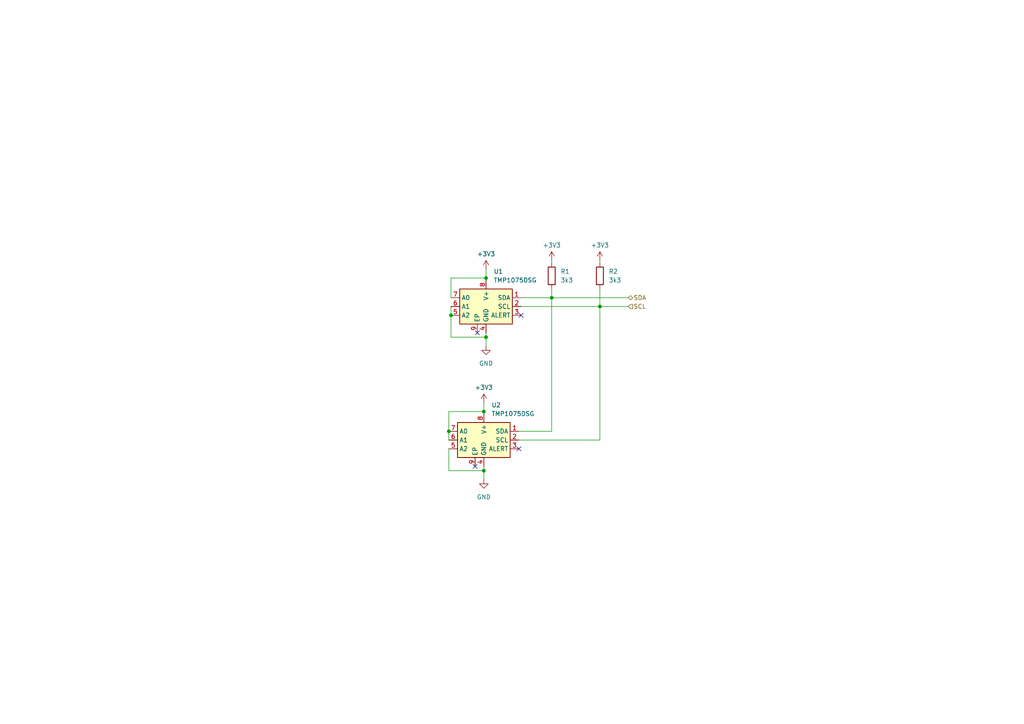
<source format=kicad_sch>
(kicad_sch (version 20231120) (generator "eeschema") (generator_version "8.0")
  (paper "A4")
  (lib_symbols
    (symbol "Device:R" (pin_numbers hide) (pin_names (offset 0))
      (property "Reference" "R" (at 2.032 0 90))
      (property "Value" "R" (at 0 0 90))
      (symbol "R_0_1"
        (rectangle (start -1.016 -2.54) (end 1.016 2.54) (stroke (width 0.254)))
      )
      (symbol "R_1_1"
        (pin passive line (at 0 3.81 270) (length 1.27) (name "~") (number "1"))
        (pin passive line (at 0 -3.81 90) (length 1.27) (name "~") (number "2"))
      )
    )
    (symbol "Sensor_Temperature:TMP1075DSG"
      (property "Reference" "U" (at -6.35 6.35 0))
      (property "Value" "TMP1075DSG" (at 6.35 6.35 0))
      (symbol "TMP1075DSG_0_1"
        (rectangle (start -7.62 5.08) (end 7.62 -5.08) (stroke (width 0.254)) (fill (type background)))
      )
      (symbol "TMP1075DSG_1_1"
        (pin bidirectional line (at 10.16 2.54 180) (length 2.54) (name "SDA") (number "1"))
        (pin input line (at 10.16 0 180) (length 2.54) (name "SCL") (number "2"))
        (pin open_collector line (at 10.16 -2.54 180) (length 2.54) (name "ALERT") (number "3"))
        (pin power_in line (at 0 -7.62 90) (length 2.54) (name "GND") (number "4"))
        (pin input line (at -10.16 -2.54 0) (length 2.54) (name "A2") (number "5"))
        (pin input line (at -10.16 0 0) (length 2.54) (name "A1") (number "6"))
        (pin input line (at -10.16 2.54 0) (length 2.54) (name "A0") (number "7"))
        (pin power_in line (at 0 7.62 270) (length 2.54) (name "V+") (number "8"))
        (pin passive line (at -2.54 -7.62 90) (length 2.54) (name "EP") (number "9"))
      )
    )
    (symbol "power:+3V3" (power) (pin_names (offset 0))
      (property "Value" "+3V3" (at 0 3.556 0))
      (symbol "+3V3_0_1"
        (polyline (pts (xy -0.762 1.27) (xy 0 2.54)))
        (polyline (pts (xy 0 0) (xy 0 2.54)))
        (polyline (pts (xy 0 2.54) (xy 0.762 1.27)))
      )
      (symbol "+3V3_1_1"
        (pin power_in line (at 0 0 90) (length 0) hide (name "+3V3") (number "1"))
      )
    )
    (symbol "power:GND" (power) (pin_names (offset 0))
      (property "Value" "GND" (at 0 -3.81 0))
      (symbol "GND_0_1"
        (polyline (pts (xy 0 0) (xy 0 -1.27) (xy 1.27 -1.27) (xy 0 -2.54) (xy -1.27 -1.27) (xy 0 -1.27)))
      )
      (symbol "GND_1_1"
        (pin power_in line (at 0 0 270) (length 0) hide (name "GND") (number "1"))
      )
    )
  )
  (junction (at 130.81 91.44))
  (junction (at 130.175 125.095))
  (junction (at 140.335 119.38))
  (junction (at 140.335 136.525))
  (junction (at 173.99 88.9))
  (junction (at 160.02 86.36))
  (junction (at 140.97 80.645))
  (junction (at 140.97 97.79))
  (no_connect (at 137.795 135.255))
  (no_connect (at 151.13 91.44))
  (no_connect (at 138.43 96.52))
  (no_connect (at 150.495 130.175))
  (wire (pts (xy 140.97 78.105) (xy 140.97 80.645)))
  (wire (pts (xy 130.175 119.38) (xy 140.335 119.38)))
  (wire (pts (xy 130.175 125.095) (xy 130.175 119.38)))
  (wire (pts (xy 140.97 80.645) (xy 140.97 81.28)))
  (wire (pts (xy 160.02 83.82) (xy 160.02 86.36)))
  (wire (pts (xy 130.175 130.175) (xy 130.175 136.525)))
  (wire (pts (xy 130.81 91.44) (xy 130.81 97.79)))
  (wire (pts (xy 130.175 125.095) (xy 130.175 127.635)))
  (wire (pts (xy 150.495 125.095) (xy 160.02 125.095)))
  (wire (pts (xy 160.02 86.36) (xy 182.245 86.36)))
  (wire (pts (xy 160.02 75.565) (xy 160.02 76.2)))
  (wire (pts (xy 130.81 97.79) (xy 140.97 97.79)))
  (wire (pts (xy 140.335 135.255) (xy 140.335 136.525)))
  (wire (pts (xy 140.97 97.79) (xy 140.97 100.33)))
  (wire (pts (xy 130.81 80.645) (xy 140.97 80.645)))
  (wire (pts (xy 173.99 75.565) (xy 173.99 76.2)))
  (wire (pts (xy 150.495 127.635) (xy 173.99 127.635)))
  (wire (pts (xy 173.99 127.635) (xy 173.99 88.9)))
  (wire (pts (xy 140.335 116.84) (xy 140.335 119.38)))
  (wire (pts (xy 140.97 96.52) (xy 140.97 97.79)))
  (wire (pts (xy 140.335 136.525) (xy 140.335 139.065)))
  (wire (pts (xy 130.81 88.9) (xy 130.81 91.44)))
  (wire (pts (xy 160.02 86.36) (xy 160.02 125.095)))
  (wire (pts (xy 130.81 86.36) (xy 130.81 80.645)))
  (wire (pts (xy 140.335 119.38) (xy 140.335 120.015)))
  (wire (pts (xy 173.99 83.82) (xy 173.99 88.9)))
  (wire (pts (xy 151.13 88.9) (xy 173.99 88.9)))
  (wire (pts (xy 130.175 136.525) (xy 140.335 136.525)))
  (wire (pts (xy 173.99 88.9) (xy 182.245 88.9)))
  (wire (pts (xy 151.13 86.36) (xy 160.02 86.36)))
  (hierarchical_label "SDA" (shape bidirectional) (at 182.245 86.36 0))
  (hierarchical_label "SCL" (shape input) (at 182.245 88.9 0))
  (symbol (lib_id "power:+3V3") (at 160.02 75.565 0) (unit 1)
    (property "Reference" "#PWR05" (effects (hide yes)))
    (property "Value" "+3V3" (at 160.02 71.12 0))
  )
  (symbol (lib_id "power:+3V3") (at 173.99 75.565 0) (unit 1)
    (property "Reference" "#PWR06" (effects (hide yes)))
    (property "Value" "+3V3" (at 173.99 71.12 0))
  )
  (symbol (lib_id "Sensor_Temperature:TMP1075DSG") (at 140.335 127.635 0) (unit 1)
    (property "Reference" "U2" (at 142.5291 117.475 0) (effects (justify left)))
    (property "Value" "TMP1075DSG" (at 142.5291 120.015 0) (effects (justify left)))
    (property "Footprint" "Package_SON:WSON-8-1EP_2x2mm_P0.5mm_EP0.9x1.6mm" (effects (hide yes)))
    (property "Datasheet" "https://www.ti.com/lit/gpn/tmp1075" (effects (hide yes)))
  )
  (symbol (lib_id "power:GND") (at 140.335 139.065 0) (unit 1)
    (property "Reference" "#PWR04" (effects (hide yes)))
    (property "Value" "GND" (at 140.335 144.145 0))
  )
  (symbol (lib_id "power:GND") (at 140.97 100.33 0) (unit 1)
    (property "Reference" "#PWR01" (effects (hide yes)))
    (property "Value" "GND" (at 140.97 105.41 0))
  )
  (symbol (lib_id "Device:R") (at 173.99 80.01 0) (unit 1)
    (property "Reference" "R2" (at 176.53 78.74 0) (effects (justify left)))
    (property "Value" "3k3" (at 176.53 81.28 0) (effects (justify left)))
    (property "Footprint" "Resistor_SMD:R_0603_1608Metric" (effects (hide yes)))
  )
  (symbol (lib_id "Device:R") (at 160.02 80.01 0) (unit 1)
    (property "Reference" "R1" (at 162.56 78.74 0) (effects (justify left)))
    (property "Value" "3k3" (at 162.56 81.28 0) (effects (justify left)))
    (property "Footprint" "Resistor_SMD:R_0603_1608Metric" (effects (hide yes)))
  )
  (symbol (lib_id "Sensor_Temperature:TMP1075DSG") (at 140.97 88.9 0) (unit 1)
    (property "Reference" "U1" (at 143.1641 78.74 0) (effects (justify left)))
    (property "Value" "TMP1075DSG" (at 143.1641 81.28 0) (effects (justify left)))
    (property "Footprint" "Package_SON:WSON-8-1EP_2x2mm_P0.5mm_EP0.9x1.6mm" (effects (hide yes)))
    (property "Datasheet" "https://www.ti.com/lit/gpn/tmp1075" (effects (hide yes)))
  )
  (symbol (lib_id "power:+3V3") (at 140.97 78.105 0) (unit 1)
    (property "Reference" "#PWR02" (effects (hide yes)))
    (property "Value" "+3V3" (at 140.97 73.66 0))
  )
  (symbol (lib_id "power:+3V3") (at 140.335 116.84 0) (unit 1)
    (property "Reference" "#PWR03" (effects (hide yes)))
    (property "Value" "+3V3" (at 140.335 112.395 0))
  )
)
</source>
